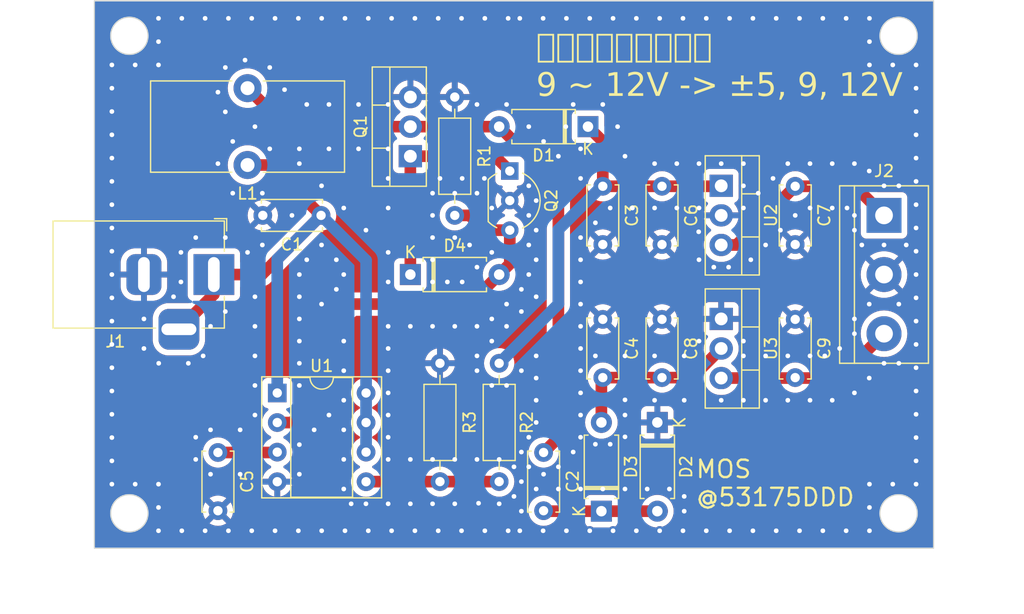
<source format=kicad_pcb>
(kicad_pcb (version 20221018) (generator pcbnew)
  (layers (0 "F.Cu" signal) (31 "B.Cu" signal) (34 "B.Paste" user) (35 "F.Paste" user) (36 "B.SilkS" user "B.Silkscreen") (37 "F.SilkS" user "F.Silkscreen") (38 "B.Mask" user) (39 "F.Mask" user) (44 "Edge.Cuts" user))
  (net 0 "")
  (net 1 "+12V")
  (net 2 "GND")
  (net 3 "Net-(D1-A)")
  (net 4 "Net-(D2-A)")
  (net 5 "VCC")
  (net 6 "VEE")
  (net 7 "Net-(U1-Cr)")
  (net 8 "Net-(J2-Pin_1)")
  (net 9 "Net-(J2-Pin_3)")
  (net 10 "GATE")
  (net 11 "signal_GATE")
  (net 12 "Net-(U1-IN+)")
  (footprint "Diode_THT:D_A-405_P7.62mm_Horizontal" (layer "F.Cu") (at 158.63 121.92 90)
    (fp_text reference "D3" (at 3.81 2.54 90) (layer "F.SilkS"))
    (fp_text value "1N4148")
    (fp_text user "K" (at 0 -1.9 90) (layer "F.SilkS"))
    (pad "1" thru_hole rect (at 0 0 90) (size 1.8 1.8) (drill 0.9) (layers "*.Cu" "*.Mask") (net 4 "Net-(D2-A)"))
    (pad "2" thru_hole oval (at 7.62 0 90) (size 1.8 1.8) (drill 0.9) (layers "*.Cu" "*.Mask") (net 6 "VEE"))
  )
  (footprint "Diode_THT:D_A-405_P7.62mm_Horizontal" (layer "F.Cu") (at 142.24 101.6)
    (fp_text reference "D4" (at 3.81 -2.47) (layer "F.SilkS"))
    (fp_text value "1N4148")
    (fp_text user "K" (at 0 -1.9) (layer "F.SilkS"))
    (pad "1" thru_hole rect (at 0 0) (size 1.8 1.8) (drill 0.9) (layers "*.Cu" "*.Mask") (net 10 "GATE"))
    (pad "2" thru_hole oval (at 7.62 0) (size 1.8 1.8) (drill 0.9) (layers "*.Cu" "*.Mask") (net 11 "signal_GATE"))
  )
  (footprint "Capacitor_THT:C_Disc_D5.0mm_W2.5mm_P5.00mm" (layer "F.Cu") (at 175.26 105.45 -90)
    (fp_text reference "C9" (at 2.5 -2.5 90) (layer "F.SilkS"))
    (fp_text value "0.1uF")
    (pad "1" thru_hole circle (at 0 0 270) (size 1.6 1.6) (drill 0.8) (layers "*.Cu" "*.Mask") (net 2 "GND"))
    (pad "2" thru_hole circle (at 5 0 270) (size 1.6 1.6) (drill 0.8) (layers "*.Cu" "*.Mask") (net 9 "Net-(J2-Pin_3)"))
  )
  (footprint "Resistor_THT:R_Axial_DIN0207_L6.3mm_D2.5mm_P10.16mm_Horizontal" (layer "F.Cu") (at 144.78 119.38 90)
    (fp_text reference "R3" (at 5.08 2.54 90) (layer "F.SilkS"))
    (fp_text value "1kΩ")
    (pad "1" thru_hole circle (at 0 0 90) (size 1.6 1.6) (drill 0.8) (layers "*.Cu" "*.Mask") (net 12 "Net-(U1-IN+)"))
    (pad "2" thru_hole oval (at 10.16 0 90) (size 1.6 1.6) (drill 0.8) (layers "*.Cu" "*.Mask") (net 2 "GND"))
  )
  (footprint "Package_TO_SOT_THT:TO-220-3_Vertical" (layer "F.Cu") (at 168.91 105.41 -90)
    (fp_text reference "U3" (at 2.54 -4.27 90) (layer "F.SilkS"))
    (fp_text value "L7912")
    (pad "1" thru_hole rect (at 0 0 270) (size 1.905 2) (drill 1.1) (layers "*.Cu" "*.Mask") (net 2 "GND"))
    (pad "2" thru_hole oval (at 2.54 0 270) (size 1.905 2) (drill 1.1) (layers "*.Cu" "*.Mask") (net 6 "VEE"))
    (pad "3" thru_hole oval (at 5.08 0 270) (size 1.905 2) (drill 1.1) (layers "*.Cu" "*.Mask") (net 9 "Net-(J2-Pin_3)"))
  )
  (footprint "Capacitor_THT:C_Disc_D5.0mm_W2.5mm_P5.00mm" (layer "F.Cu") (at 175.26 94.02 -90)
    (fp_text reference "C7" (at 2.5 -2.5 90) (layer "F.SilkS"))
    (fp_text value "0.1uF")
    (pad "1" thru_hole circle (at 0 0 270) (size 1.6 1.6) (drill 0.8) (layers "*.Cu" "*.Mask") (net 8 "Net-(J2-Pin_1)"))
    (pad "2" thru_hole circle (at 5 0 270) (size 1.6 1.6) (drill 0.8) (layers "*.Cu" "*.Mask") (net 2 "GND"))
  )
  (footprint "Package_DIP:DIP-8_W7.62mm_Socket" (layer "F.Cu") (at 130.82 111.77)
    (fp_text reference "U1" (at 3.81 -2.33) (layer "F.SilkS"))
    (fp_text value "~")
    (pad "1" thru_hole rect (at 0 0) (size 1.6 1.6) (drill 0.8) (layers "*.Cu" "*.Mask") (net 1 "+12V"))
    (pad "2" thru_hole oval (at 0 2.54) (size 1.6 1.6) (drill 0.8) (layers "*.Cu" "*.Mask") (net 11 "signal_GATE"))
    (pad "3" thru_hole oval (at 0 5.08) (size 1.6 1.6) (drill 0.8) (layers "*.Cu" "*.Mask") (net 7 "Net-(U1-Cr)"))
    (pad "4" thru_hole oval (at 0 7.62) (size 1.6 1.6) (drill 0.8) (layers "*.Cu" "*.Mask") (net 2 "GND"))
    (pad "5" thru_hole oval (at 7.62 7.62) (size 1.6 1.6) (drill 0.8) (layers "*.Cu" "*.Mask") (net 12 "Net-(U1-IN+)"))
    (pad "6" thru_hole oval (at 7.62 5.08) (size 1.6 1.6) (drill 0.8) (layers "*.Cu" "*.Mask") (net 1 "+12V"))
    (pad "7" thru_hole oval (at 7.62 2.54) (size 1.6 1.6) (drill 0.8) (layers "*.Cu" "*.Mask") (net 1 "+12V"))
    (pad "8" thru_hole oval (at 7.62 0) (size 1.6 1.6) (drill 0.8) (layers "*.Cu" "*.Mask") (net 1 "+12V"))
  )
  (footprint "Resistor_THT:R_Axial_DIN0207_L6.3mm_D2.5mm_P10.16mm_Horizontal" (layer "F.Cu") (at 149.86 109.22 -90)
    (fp_text reference "R2" (at 5.08 -2.37 90) (layer "F.SilkS"))
    (fp_text value "10kΩ")
    (pad "1" thru_hole circle (at 0 0 270) (size 1.6 1.6) (drill 0.8) (layers "*.Cu" "*.Mask") (net 5 "VCC"))
    (pad "2" thru_hole oval (at 10.16 0 270) (size 1.6 1.6) (drill 0.8) (layers "*.Cu" "*.Mask") (net 12 "Net-(U1-IN+)"))
  )
  (footprint "Capacitor_THT:C_Disc_D5.0mm_W2.5mm_P5.00mm" (layer "F.Cu") (at 134.58 96.52 180)
    (fp_text reference "C1" (at 2.5 -2.5) (layer "F.SilkS"))
    (fp_text value "1uF")
    (pad "1" thru_hole circle (at 0 0 180) (size 1.6 1.6) (drill 0.8) (layers "*.Cu" "*.Mask") (net 1 "+12V"))
    (pad "2" thru_hole circle (at 5 0 180) (size 1.6 1.6) (drill 0.8) (layers "*.Cu" "*.Mask") (net 2 "GND"))
  )
  (footprint "Diode_THT:D_A-405_P7.62mm_Horizontal" (layer "F.Cu") (at 163.43 114.3 -90)
    (fp_text reference "D2" (at 3.81 -2.47 90) (layer "F.SilkS"))
    (fp_text value "1N4148")
    (fp_text user "K" (at 0 -1.9 90) (layer "F.SilkS"))
    (pad "1" thru_hole rect (at 0 0 270) (size 1.8 1.8) (drill 0.9) (layers "*.Cu" "*.Mask") (net 2 "GND"))
    (pad "2" thru_hole oval (at 7.62 0 270) (size 1.8 1.8) (drill 0.9) (layers "*.Cu" "*.Mask") (net 4 "Net-(D2-A)"))
  )
  (footprint "TerminalBlock:TerminalBlock_bornier-3_P5.08mm" (layer "F.Cu") (at 182.88 96.52 -90)
    (fp_text reference "J2" (at -3.81 0 -180) (layer "F.SilkS"))
    (fp_text value "Screw_Terminal_01x03")
    (pad "1" thru_hole rect (at 0 0 270) (size 3 3) (drill 1.52) (layers "*.Cu" "*.Mask") (net 8 "Net-(J2-Pin_1)"))
    (pad "2" thru_hole circle (at 5.08 0 270) (size 3 3) (drill 1.52) (layers "*.Cu" "*.Mask") (net 2 "GND"))
    (pad "3" thru_hole circle (at 10.16 0 270) (size 3 3) (drill 1.52) (layers "*.Cu" "*.Mask") (net 9 "Net-(J2-Pin_3)"))
  )
  (footprint "Connector_BarrelJack:BarrelJack_Horizontal" (layer "F.Cu") (at 125.38 101.6)
    (fp_text reference "J1" (at -8.45 5.75) (layer "F.SilkS"))
    (fp_text value "Barrel_Jack_Switch_MountingPin")
    (pad "1" thru_hole rect (at 0 0) (size 3.5 3.5) (drill oval 1 3) (layers "*.Cu" "*.Mask") (net 1 "+12V"))
    (pad "2" thru_hole roundrect (at -6 0) (size 3 3.5) (drill oval 1 3) (layers "*.Cu" "*.Mask") (net 2 "GND"))
    (pad "3" thru_hole roundrect (at -3 4.7) (size 3.5 3.5) (drill oval 3 1) (layers "*.Cu" "*.Mask") (net 1 "+12V"))
  )
  (footprint "Resistor_THT:R_Axial_DIN0207_L6.3mm_D2.5mm_P10.16mm_Horizontal" (layer "F.Cu") (at 146.05 96.52 90)
    (fp_text reference "R1" (at 5.08 2.54 90) (layer "F.SilkS"))
    (fp_text value "300Ω")
    (pad "1" thru_hole circle (at 0 0 90) (size 1.6 1.6) (drill 0.8) (layers "*.Cu" "*.Mask") (net 11 "signal_GATE"))
    (pad "2" thru_hole oval (at 10.16 0 90) (size 1.6 1.6) (drill 0.8) (layers "*.Cu" "*.Mask") (net 2 "GND"))
  )
  (footprint "Package_TO_SOT_THT:TO-220-3_Vertical" (layer "F.Cu") (at 142.24 91.44 90)
    (fp_text reference "Q1" (at 2.54 -4.27 90) (layer "F.SilkS"))
    (fp_text value "TK20A60U")
    (pad "1" thru_hole rect (at 0 0 90) (size 1.905 2) (drill 1.1) (layers "*.Cu" "*.Mask") (net 10 "GATE"))
    (pad "2" thru_hole oval (at 2.54 0 90) (size 1.905 2) (drill 1.1) (layers "*.Cu" "*.Mask") (net 3 "Net-(D1-A)"))
    (pad "3" thru_hole oval (at 5.08 0 90) (size 1.905 2) (drill 1.1) (layers "*.Cu" "*.Mask") (net 2 "GND"))
  )
  (footprint "Capacitor_THT:C_Disc_D5.0mm_W2.5mm_P5.00mm" (layer "F.Cu") (at 163.83 105.45 -90)
    (fp_text reference "C8" (at 2.5 -2.5 90) (layer "F.SilkS"))
    (fp_text value "0.1uF")
    (pad "1" thru_hole circle (at 0 0 270) (size 1.6 1.6) (drill 0.8) (layers "*.Cu" "*.Mask") (net 2 "GND"))
    (pad "2" thru_hole circle (at 5 0 270) (size 1.6 1.6) (drill 0.8) (layers "*.Cu" "*.Mask") (net 6 "VEE"))
  )
  (footprint "Package_TO_SOT_THT:TO-92_Inline_Wide" (layer "F.Cu") (at 150.77 92.71 -90)
    (fp_text reference "Q2" (at 2.54 -3.56 90) (layer "F.SilkS"))
    (fp_text value "2SA1015")
    (pad "1" thru_hole rect (at 0 0 270) (size 1.5 1.5) (drill 0.8) (layers "*.Cu" "*.Mask") (net 10 "GATE"))
    (pad "2" thru_hole circle (at 2.54 0 270) (size 1.5 1.5) (drill 0.8) (layers "*.Cu" "*.Mask") (net 2 "GND"))
    (pad "3" thru_hole circle (at 5.08 0 270) (size 1.5 1.5) (drill 0.8) (layers "*.Cu" "*.Mask") (net 11 "signal_GATE"))
  )
  (footprint "Capacitor_THT:C_Disc_D5.0mm_W2.5mm_P5.00mm" (layer "F.Cu") (at 163.83 94.02 -90)
    (fp_text reference "C6" (at 2.5 -2.5 90) (layer "F.SilkS"))
    (fp_text value "0.1uF")
    (pad "1" thru_hole circle (at 0 0 270) (size 1.6 1.6) (drill 0.8) (layers "*.Cu" "*.Mask") (net 5 "VCC"))
    (pad "2" thru_hole circle (at 5 0 270) (size 1.6 1.6) (drill 0.8) (layers "*.Cu" "*.Mask") (net 2 "GND"))
  )
  (footprint "Inductor_THT:L_Toroid_Vertical_L16.4mm_W7.6mm_P6.60mm_Vishay_TJ3" (layer "F.Cu") (at 128.27 92.195 180)
    (fp_text reference "L1" (at 0 -2.45) (layer "F.SilkS"))
    (fp_text value "L")
    (pad "1" thru_hole circle (at 0 0 180) (size 2.4 2.4) (drill 1.2) (layers "*.Cu" "*.Mask") (net 1 "+12V"))
    (pad "2" thru_hole circle (at 0 6.6 180) (size 2.4 2.4) (drill 1.2) (layers "*.Cu" "*.Mask") (net 3 "Net-(D1-A)"))
  )
  (footprint "Capacitor_THT:C_Disc_D5.0mm_W2.5mm_P5.00mm" (layer "F.Cu") (at 158.75 105.45 -90)
    (fp_text reference "C4" (at 2.5 -2.5 90) (layer "F.SilkS"))
    (fp_text value "1uF")
    (pad "1" thru_hole circle (at 0 0 270) (size 1.6 1.6) (drill 0.8) (layers "*.Cu" "*.Mask") (net 2 "GND"))
    (pad "2" thru_hole circle (at 5 0 270) (size 1.6 1.6) (drill 0.8) (layers "*.Cu" "*.Mask") (net 6 "VEE"))
  )
  (footprint "Capacitor_THT:C_Disc_D5.0mm_W2.5mm_P5.00mm" (layer "F.Cu") (at 153.67 116.88 -90)
    (fp_text reference "C2" (at 2.5 -2.5 90) (layer "F.SilkS"))
    (fp_text value "1uF")
    (pad "1" thru_hole circle (at 0 0 270) (size 1.6 1.6) (drill 0.8) (layers "*.Cu" "*.Mask") (net 3 "Net-(D1-A)"))
    (pad "2" thru_hole circle (at 5 0 270) (size 1.6 1.6) (drill 0.8) (layers "*.Cu" "*.Mask") (net 4 "Net-(D2-A)"))
  )
  (footprint "Capacitor_THT:C_Disc_D5.0mm_W2.5mm_P5.00mm" (layer "F.Cu") (at 125.73 116.88 -90)
    (fp_text reference "C5" (at 2.5 -2.5 90) (layer "F.SilkS"))
    (fp_text value "470pF")
    (pad "1" thru_hole circle (at 0 0 270) (size 1.6 1.6) (drill 0.8) (layers "*.Cu" "*.Mask") (net 7 "Net-(U1-Cr)"))
    (pad "2" thru_hole circle (at 5 0 270) (size 1.6 1.6) (drill 0.8) (layers "*.Cu" "*.Mask") (net 2 "GND"))
  )
  (footprint "Capacitor_THT:C_Disc_D5.0mm_W2.5mm_P5.00mm" (layer "F.Cu") (at 158.75 94.02 -90)
    (fp_text reference "C3" (at 2.5 -2.5 90) (layer "F.SilkS"))
    (fp_text value "1uF")
    (pad "1" thru_hole circle (at 0 0 270) (size 1.6 1.6) (drill 0.8) (layers "*.Cu" "*.Mask") (net 5 "VCC"))
    (pad "2" thru_hole circle (at 5 0 270) (size 1.6 1.6) (drill 0.8) (layers "*.Cu" "*.Mask") (net 2 "GND"))
  )
  (footprint "Diode_THT:D_A-405_P7.62mm_Horizontal" (layer "F.Cu") (at 157.48 88.9 180)
    (fp_text reference "D1" (at 3.81 -2.47) (layer "F.SilkS"))
    (fp_text value "1N4148")
    (fp_text user "K" (at 0 -1.9) (layer "F.SilkS"))
    (pad "1" thru_hole rect (at 0 0 180) (size 1.8 1.8) (drill 0.9) (layers "*.Cu" "*.Mask") (net 5 "VCC"))
    (pad "2" thru_hole oval (at 7.62 0 180) (size 1.8 1.8) (drill 0.9) (layers "*.Cu" "*.Mask") (net 3 "Net-(D1-A)"))
  )
  (footprint "Package_TO_SOT_THT:TO-220-3_Vertical" (layer "F.Cu") (at 168.91 93.98 -90)
    (fp_text reference "U2" (at 2.54 -4.27 90) (layer "F.SilkS"))
    (fp_text value "L7812")
    (pad "1" thru_hole rect (at 0 0 270) (size 1.905 2) (drill 1.1) (layers "*.Cu" "*.Mask") (net 5 "VCC"))
    (pad "2" thru_hole oval (at 2.54 0 270) (size 1.905 2) (drill 1.1) (layers "*.Cu" "*.Mask") (net 2 "GND"))
    (pad "3" thru_hole oval (at 5.08 0 270) (size 1.905 2) (drill 1.1) (layers "*.Cu" "*.Mask") (net 8 "Net-(J2-Pin_1)"))
  )
  (gr_circle (center 118.13 81.1) (end 116.53 81.1) (stroke (width 0.1)) (fill none) (layer "Edge.Cuts"))
  (gr_circle (center 184.13 81.1) (end 182.53 81.1) (stroke (width 0.1)) (fill none) (layer "Edge.Cuts"))
  (gr_rect (start 115.13 78.1) (end 187.13 125.1) (stroke (width 0.1)) (fill none) (layer "Edge.Cuts"))
  (gr_circle (center 118.13 122.1) (end 116.53 122.1) (stroke (width 0.1)) (fill none) (layer "Edge.Cuts"))
  (gr_circle (center 184.13 122.1) (end 182.53 122.1) (stroke (width 0.1)) (fill none) (layer "Edge.Cuts"))
  (gr_text "正負出力コンバータ\n9 ~ 12V -> ±5, 9, 12V" (at 153.035 86.6) (layer "F.SilkS") (effects (font (size 2 2) (thickness 0.2)) (justify left bottom)))
  (gr_text "MOS\n@53175DDD" (at 166.63 121.6) (layer "F.SilkS") (effects (font (size 1.5 1.5) (thickness 0.2)) (justify left bottom)))
  (segment (start 129.5 101.6) (end 134.58 96.52) (width 1) (layer "F.Cu") (net 1))
  (segment (start 125.38 101.6) (end 129.5 101.6) (width 1) (layer "F.Cu") (net 1))
  (segment (start 130.295 92.195) (end 128.27 92.195) (width 1) (layer "F.Cu") (net 1))
  (segment (start 134.58 96.52) (end 130.81 92.75) (width 1) (layer "F.Cu") (net 1))
  (segment (start 130.81 92.75) (end 130.81 92.71) (width 1) (layer "F.Cu") (net 1))
  (segment (start 125.38 101.6) (end 125.38 103.3) (width 1) (layer "F.Cu") (net 1))
  (segment (start 125.38 103.3) (end 122.38 106.3) (width 1) (layer "F.Cu") (net 1))
  (segment (start 130.81 92.71) (end 130.295 92.195) (width 1) (layer "F.Cu") (net 1))
  (segment (start 138.44 111.77) (end 138.44 100.38) (width 1) (layer "B.Cu") (net 1))
  (segment (start 130.82 100.28) (end 134.58 96.52) (width 1) (layer "B.Cu") (net 1))
  (segment (start 138.44 100.38) (end 134.58 96.52) (width 1) (layer "B.Cu") (net 1))
  (segment (start 138.44 116.85) (end 138.44 111.77) (width 1) (layer "B.Cu") (net 1))
  (segment (start 130.82 111.77) (end 130.82 100.28) (width 1) (layer "B.Cu") (net 1))
  (via (at 160.02 88.9) (size 0.8) (drill 0.4) (layers "F.Cu" "B.Cu") (net 2))
  (via (at 180.34 106.68) (size 0.8) (drill 0.4) (layers "F.Cu" "B.Cu") (net 2))
  (via (at 172.72 112.395) (size 0.8) (drill 0.4) (layers "F.Cu" "B.Cu") (net 2))
  (via (at 142.63 123.6) (size 0.8) (drill 0.4) (layers "F.Cu" "B.Cu") (net 2))
  (via (at 179.63 79.6) (size 0.8) (drill 0.4) (layers "F.Cu" "B.Cu") (net 2))
  (via (at 165.735 121.92) (size 0.8) (drill 0.4) (layers "F.Cu" "B.Cu") (net 2))
  (via (at 140.335 111.76) (size 0.8) (drill 0.4) (layers "F.Cu" "B.Cu") (net 2))
  (via (at 125.095 118.745) (size 0.8) (drill 0.4) (layers "F.Cu" "B.Cu") (net 2))
  (via (at 178.435 112.395) (size 0.8) (drill 0.4) (layers "F.Cu" "B.Cu") (net 2))
  (via (at 116.63 89.6) (size 0.8) (drill 0.4) (layers "F.Cu" "B.Cu") (net 2))
  (via (at 164.465 120.015) (size 0.8) (drill 0.4) (layers "F.Cu" "B.Cu") (net 2))
  (via (at 178.435 92.075) (size 0.8) (drill 0.4) (layers "F.Cu" "B.Cu") (net 2))
  (via (at 176.53 95.885) (size 0.8) (drill 0.4) (layers "F.Cu" "B.Cu") (net 2))
  (via (at 154.94 118.11) (size 0.8) (drill 0.4) (layers "F.Cu" "B.Cu") (net 2))
  (via (at 172.085 94.615) (size 0.8) (drill 0.4) (layers "F.Cu" "B.Cu") (net 2))
  (via (at 126.365 98.425) (size 0.8) (drill 0.4) (layers "F.Cu" "B.Cu") (net 2))
  (via (at 136.63 123.6) (size 0.8) (drill 0.4) (layers "F.Cu" "B.Cu") (net 2))
  (via (at 126.63 123.6) (size 0.8) (drill 0.4) (layers "F.Cu" "B.Cu") (net 2))
  (via (at 163.63 79.6) (size 0.8) (drill 0.4) (layers "F.Cu" "B.Cu") (net 2))
  (via (at 149.225 95.885) (size 0.8) (drill 0.4) (layers "F.Cu" "B.Cu") (net 2))
  (via (at 172.72 108.585) (size 0.8) (drill 0.4) (layers "F.Cu" "B.Cu") (net 2))
  (via (at 170.815 93.98) (size 0.8) (drill 0.4) (layers "F.Cu" "B.Cu") (net 2))
  (via (at 171.63 123.6) (size 0.8) (drill 0.4) (layers "F.Cu" "B.Cu") (net 2))
  (via (at 167.005 107.315) (size 0.8) (drill 0.4) (layers "F.Cu" "B.Cu") (net 2))
  (via (at 140.335 86.995) (size 0.8) (drill 0.4) (layers "F.Cu" "B.Cu") (net 2))
  (via (at 132.715 101.6) (size 0.8) (drill 0.4) (layers "F.Cu" "B.Cu") (net 2))
  (via (at 180.975 99.06) (size 0.8) (drill 0.4) (layers "F.Cu" "B.Cu") (net 2))
  (via (at 146.685 102.235) (size 0.8) (drill 0.4) (layers "F.Cu" "B.Cu") (net 2))
  (via (at 116.63 105.6) (size 0.8) (drill 0.4) (layers "F.Cu" "B.Cu") (net 2))
  (via (at 184.15 104.14) (size 0.8) (drill 0.4) (layers "F.Cu" "B.Cu") (net 2))
  (via (at 144.145 98.425) (size 0.8) (drill 0.4) (layers "F.Cu" "B.Cu") (net 2))
  (via (at 140.335 102.235) (size 0.8) (drill 0.4) (layers "F.Cu" "B.Cu") (net 2))
  (via (at 128.905 113.665) (size 0.8) (drill 0.4) (layers "F.Cu" "B.Cu") (net 2))
  (via (at 153.63 123.6) (size 0.8) (drill 0.4) (layers "F.Cu" "B.Cu") (net 2))
  (via (at 174.625 92.075) (size 0.8) (drill 0.4) (layers "F.Cu" "B.Cu") (net 2))
  (via (at 180.34 97.79) (size 0.8) (drill 0.4) (layers "F.Cu" "B.Cu") (net 2))
  (via (at 181.61 92.71) (size 0.8) (drill 0.4) (layers "F.Cu" "B.Cu") (net 2))
  (via (at 175.63 123.6) (size 0.8) (drill 0.4) (layers "F.Cu" "B.Cu") (net 2))
  (via (at 140.335 121.285) (size 0.8) (drill 0.4) (layers "F.Cu" "B.Cu") (net 2))
  (via (at 156.845 109.855) (size 0.8) (drill 0.4) (layers "F.Cu" "B.Cu") (net 2))
  (via (at 136.525 114.935) (size 0.8) (drill 0.4) (layers "F.Cu" "B.Cu") (net 2))
  (via (at 144.145 96.52) (size 0.8) (drill 0.4) (layers "F.Cu" "B.Cu") (net 2))
  (via (at 167.005 100.33) (size 0.8) (drill 0.4) (layers "F.Cu" "B.Cu") (net 2))
  (via (at 153.035 110.49) (size 0.8) (drill 0.4) (layers "F.Cu" "B.Cu") (net 2))
  (via (at 167.005 95.885) (size 0.8) (drill 0.4) (layers "F.Cu" "B.Cu") (net 2))
  (via (at 135.89 102.87) (size 0.8) (drill 0.4) (layers "F.Cu" "B.Cu") (net 2))
  (via (at 130.175 83.82) (size 0.8) (drill 0.4) (layers "F.Cu" "B.Cu") (net 2))
  (via (at 176.53 112.395) (size 0.8) (drill 0.4) (layers "F.Cu" "B.Cu") (net 2))
  (via (at 153.035 114.3) (size 0.8) (drill 0.4) (layers "F.Cu" "B.Cu") (net 2))
  (via (at 178.435 95.885) (size 0.8) (drill 0.4) (layers "F.Cu" "B.Cu") (net 2))
  (via (at 133.985 114.935) (size 0.8) (drill 0.4) (layers "F.Cu" "B.Cu") (net 2))
  (via (at 136.525 117.475) (size 0.8) (drill 0.4) (layers "F.Cu" "B.Cu") (net 2))
  (via (at 148.63 79.6) (size 0.8) (drill 0.4) (layers "F.Cu" "B.Cu") (net 2))
  (via (at 156.845 120.015) (size 0.8) (drill 0.4) (layers "F.Cu" "B.Cu") (net 2))
  (via (at 138.43 121.285) (size 0.8) (drill 0.4) (layers "F.Cu" "B.Cu") (net 2))
  (via (at 168.275 100.965) (size 0.8) (drill 0.4) (layers "F.Cu" "B.Cu") (net 2))
  (via (at 142.24 117.475) (size 0.8) (drill 0.4) (layers "F.Cu" "B.Cu") (net 2))
  (via (at 134.63 79.6) (size 0.8) (drill 0.4) (layers "F.Cu" "B.Cu") (net 2))
  (via (at 177.8 108.585) (size 0.8) (drill 0.4) (layers "F.Cu" "B.Cu") (net 2))
  (via (at 180.34 105.41) (size 0.8) (drill 0.4) (layers "F.Cu" "B.Cu") (net 2))
  (via (at 132.63 123.6) (size 0.8) (drill 0.4) (layers "F.Cu" "B.Cu") (net 2))
  (via (at 148.091834 121.236365) (size 0.8) (drill 0.4) (layers "F.Cu" "B.Cu") (net 2))
  (via (at 157.63 79.6) (size 0.8) (drill 0.4) (layers "F.Cu" "B.Cu") (net 2))
  (via (at 146.63 123.6) (size 0.8) (drill 0.4) (layers "F.Cu" "B.Cu") (net 2))
  (via (at 161.29 95.885) (size 0.8) (drill 0.4) (layers "F.Cu" "B.Cu") (net 2))
  (via (at 160.655 120.015) (size 0.8) (drill 0.4) (layers "F.Cu" "B.Cu") (net 2))
  (via (at 151.63 123.6) (size 0.8) (drill 0.4) (layers "F.Cu" "B.Cu") (net 2))
  (via (at 138.63 79.6) (size 0.8) (drill 0.4) (layers "F.Cu" "B.Cu") (net 2))
  (via (at 147.955 106.045) (size 0.8) (drill 0.4) (layers "F.Cu" "B.Cu") (net 2))
  (via (at 163.195 112.395) (size 0.8) (drill 0.4) (layers "F.Cu" "B.Cu") (net 2))
  (via (at 116.63 99.6) (size 0.8) (drill 0.4) (layers "F.Cu" "B.Cu") (net 2))
  (via (at 153.63 79.6) (size 0.8) (drill 0.4) (layers "F.Cu" "B.Cu") (net 2))
  (via (at 122.555 102.235) (size 0.8) (drill 0.4) (layers "F.Cu" "B.Cu") (net 2))
  (via (at 158.75 86.995) (size 0.8) (drill 0.4) (layers "F.Cu" "B.Cu") (net 2))
  (via (at 152.4 88.9) (size 0.8) (drill 0.4) (layers "F.Cu" "B.Cu") (net 2))
  (via (at 147.955 108.585) (size 0.8) (drill 0.4) (layers "F.Cu" "B.Cu") (net 2))
  (via (at 183.63 83.6) (size 0.8) (drill 0.4) (layers "F.Cu" "B.Cu") (net 2))
  (via (at 144.63 123.6) (size 0.8) (drill 0.4) (layers "F.Cu" "B.Cu") (net 2))
  (via (at 120.63 79.6) (size 0.8) (drill 0.4) (layers "F.Cu" "B.Cu") (net 2))
  (via (at 169.545 100.965) (size 0.8) (drill 0.4) (layers "F.Cu" "B.Cu") (net 2))
  (via (at 132.715 116.205) (size 0.8) (drill 0.4) (layers "F.Cu" "B.Cu") (net 2))
  (via (at 120.63 83.6) (size 0.8) (drill 0.4) (layers "F.Cu" "B.Cu") (net 2))
  (via (at 173.99 97.79) (size 0.8) (drill 0.4) (layers "F.Cu" "B.Cu") (net 2))
  (via (at 121.92 103.505) (size 0.8) (drill 0.4) (layers "F.Cu" "B.Cu") (net 2))
  (via (at 185.63 97.6) (size 0.8) (drill 0.4) (layers "F.Cu" "B.Cu") (net 2))
  (via (at 165.63 123.6) (size 0.8) (drill 0.4) (layers "F.Cu" "B.Cu") (net 2))
  (via (at 185.63 119.6) (size 0.8) (drill 0.4) (layers "F.Cu" "B.Cu") (net 2))
  (via (at 156.845 106.045) (size 0.8) (drill 0.4) (layers "F.Cu" "B.Cu") (net 2))
  (via (at 185.63 113.6) (size 0.8) (drill 0.4) (layers "F.Cu" "B.Cu") (net 2))
  (via (at 147.955 117.475) (size 0.8) (drill 0.4) (layers "F.Cu" "B.Cu") (net 2))
  (via (at 156.21 116.84) (size 0.8) (drill 0.4) (layers "F.Cu" "B.Cu") (net 2))
  (via (at 185.63 83.6) (size 0.8) (drill 0.4) (layers "F.Cu" "B.Cu") (net 2))
  (via (at 175.63 79.6) (size 0.8) (drill 0.4) (layers "F.Cu" "B.Cu") (net 2))
  (via (at 150.63 123.6) (size 0.8) (drill 0.4) (layers "F.Cu" "B.Cu") (net 2))
  (via (at 182.88 109.22) (size 0.8) (drill 0.4) (layers "F.Cu" "B.Cu") (net 2))
  (via (at 160.655 108.585) (size 0.8) (drill 0.4) (layers "F.Cu" "B.Cu") (net 2))
  (via (at 151.13 118.11) (size 0.8) (drill 0.4) (layers "F.Cu" "B.Cu") (net 2))
  (via (at 184.785 99.06) (size 0.8) (drill 0.4) (layers "F.Cu" "B.Cu") (net 2))
  (via (at 149.225 99.695) (size 0.8) (drill 0.4) (layers "F.Cu" "B.Cu") (net 2))
  (via (at 165.63 79.6) (size 0.8) (drill 0.4) (layers "F.Cu" "B.Cu") (net 2))
  (via (at 165.1 95.885) (size 0.8) (drill 0.4) (layers "F.Cu" "B.Cu") (net 2))
  (via (at 151.765 109.855) (size 0.8) (drill 0.4) (layers "F.Cu" "B.Cu") (net 2))
  (via (at 132.715 118.745) (size 0.8) (drill 0.4) (layers "F.Cu" "B.Cu") (net 2))
  (via (at 151.13 120.65) (size 0.8) (drill 0.4) (layers "F.Cu" "B.Cu") (net 2))
  (via (at 163.63 123.6) (size 0.8) (drill 0.4) (layers "F.Cu" "B.Cu") (net 2))
  (via (at 156.845 113.665) (size 0.8) (drill 0.4) (layers "F.Cu" "B.Cu") (net 2))
  (via (at 165.735 112.395) (size 0.8) (drill 0.4) (layers "F.Cu" "B.Cu") (net 2))
  (via (at 132.08 96.52) (size 0.8) (drill 0.4) (layers "F.Cu" "B.Cu") (net 2))
  (via (at 163.195 92.075) (size 0.8) (drill 0.4) (layers "F.Cu" "B.Cu") (net 2))
  (via (at 153.67 118.745) (size 0.8) (drill 0.4) (layers "F.Cu" "B.Cu") (net 2))
  (via (at 151.765 116.84) (size 0.8) (drill 0.4) (layers "F.Cu" "B.Cu") (net 2))
  (via (at 152.4 93.98) (size 0.8) (drill 0.4) (layers "F.Cu" "B.Cu") (net 2))
  (via (at 128.905 88.9) (size 0.8) (drill 0.4) (layers "F.Cu" "B.Cu") (net 2))
  (via (at 159.63 123.6) (size 0.8) (drill 0.4) (layers "F.Cu" "B.Cu") (net 2))
  (via (at 159.385 95.885) (size 0.8) (drill 0.4) (layers "F.Cu" "B.Cu") (net 2))
  (via (at 154.94 91.44) (size 0.8) (drill 0.4) (layers "F.Cu" "B.Cu") (net 2))
  (via (at 170.815 95.885) (size 0.8) (drill 0.4) (layers "F.Cu" "B.Cu") (net 2))
  (via (at 116.63 95.6) (size 0.8) (drill 0.4) (layers "F.Cu" "B.Cu") (net 2))
  (via (at 140.335 113.665) (size 0.8) (drill 0.4) (layers "F.Cu" "B.Cu") (net 2))
  (via (at 140.335 117.475) (size 0.8) (drill 0.4) (layers "F.Cu" "B.Cu") (net 2))
  (via (at 183.63 119.6) (size 0.8) (drill 0.4) (layers "F.Cu" "B.Cu") (net 2))
  (via (at 132.715 109.22) (size 0.8) (drill 0.4) (layers "F.Cu" "B.Cu") (net 2))
  (via (at 153.035 100.33) (size 0.8) (drill 0.4) (layers "F.Cu" "B.Cu") (net 2))
  (via (at 136.525 109.855) (size 0.8) (drill 0.4) (layers "F.Cu" "B.Cu") (net 2))
  (via (at 136.63 79.6) (size 0.8) (drill 0.4) (layers "F.Cu" "B.Cu") (net 2))
  (via (at 132.715 103.505) (size 0.8) (drill 0.4) (layers "F.Cu" "B.Cu") (net 2))
  (via (at 152.4 101.6) (size 0.8) (drill 0.4) (layers "F.Cu" "B.Cu") (net 2))
  (via (at 185.63 87.6) (size 0.8) (drill 0.4) (layers "F.Cu" "B.Cu") (net 2))
  (via (at 137.16 121.285) (size 0.8) (drill 0.4) (layers "F.Cu" "B.Cu") (net 2))
  (via (at 132.715 105.41) (size 0.8) (drill 0.4) (layers "F.Cu" "B.Cu") (net 2))
  (via (at 131.445 85.725) (size 0.8) (drill 0.4) (layers "F.Cu" "B.Cu") (net 2))
  (via (at 185.63 99.6) (size 0.8) (drill 0.4) (layers "F.Cu" "B.Cu") (net 2))
  (via (at 127 90.17) (size 0.8) (drill 0.4) (layers "F.Cu" "B.Cu") (net 2))
  (via (at 155.63 123.6) (size 0.8) (drill 0.4) (layers "F.Cu" "B.Cu") (net 2))
  (via (at 160.655 115.535) (size 0.8) (drill 0.4) (layers "F.Cu" "B.Cu") (net 2))
  (via (at 149.86 117.475) (size 0.8) (drill 0.4) (layers "F.Cu" "B.Cu") (net 2))
  (via (at 136.525 120.015) (size 0.8) (drill 0.4) (layers "F.Cu" "B.Cu") (net 2))
  (via (at 161.63 123.6) (size 0.8) (drill 0.4) (layers "F.Cu" "B.Cu") (net 2))
  (via (at 185.63 105.6) (size 0.8) (drill 0.4) (layers "F.Cu" "B.Cu") (net 2))
  (via (at 128.055497 83.185) (size 0.8) (drill 0.4) (layers "F.Cu" "B.Cu") (net 2))
  (via (at 116.63 115.6) (size 0.8) (drill 0.4) (layers "F.Cu" "B.Cu") (net 2))
  (via (at 167.63 123.6) (size 0.8) (drill 0.4) (layers "F.Cu" "B.Cu") (net 2))
  (via (at 176.53 92.075) (size 0.8) (drill 0.4) (layers "F.Cu" "B.Cu") (net 2))
  (via (at 158.75 120.015) (size 0.8) (drill 0.4) (layers "F.Cu" "B.Cu") (net 2))
  (via (at 150.63 79.6) (size 0.8) (drill 0.4) (layers "F.Cu" "B.Cu") (net 2))
  (via (at 150.495 111.125) (size 0.8) (drill 0.4) (layers "F.Cu" "B.Cu") (net 2))
  (via (at 180.34 92.075) (size 0.8) (drill 0.4) (layers "F.Cu" "B.Cu") (net 2))
  (via (at 116.63 103.6) (size 0.8) (drill 0.4) (layers "F.Cu" "B.Cu") (net 2))
  (via (at 181.63 81.6) (size 0.8) (drill 0.4) (layers "F.Cu" "B.Cu") (net 2))
  (via (at 180.34 96.52) (size 0.8) (drill 0.4) (layers "F.Cu" "B.Cu") (net 2))
  (via (at 152.4 118.11) (size 0.8) (drill 0.4) (layers "F.Cu" "B.Cu") (net 2))
  (via (at 134.62 93.98) (size 0.8) (drill 0.4) (layers "F.Cu" "B.Cu") (net 2))
  (via (at 144.63 79.6) (size 0.8) (drill 0.4) (layers "F.Cu" "B.Cu") (net 2))
  (via (at 185.63 95.6) (size 0.8) (drill 0.4) (layers "F.Cu" "B.Cu") (net 2))
  (via (at 129.54 94.615) (size 0.8) (drill 0.4) (layers "F.Cu" "B.Cu") (net 2))
  (via (at 170.815 107.315) (size 0.8) (drill 0.4) (layers "F.Cu" "B.Cu") (net 2))
  (via (at 179.705 95.885) (size 0.8) (drill 0.4) (layers "F.Cu" "B.Cu") (net 2))
  (via (at 144.145 117.475) (size 0.8) (drill 0.4) (layers "F.Cu" "B.Cu") (net 2))
  (via (at 156.845 100.33) (size 0.8) (drill 0.4) (layers "F.Cu" "B.Cu") (net 2))
  (via (at 160.655 91.44) (size 0.8) (drill 0.4) (layers "F.Cu" "B.Cu") (net 2))
  (via (at 171.63 79.6) (size 0.8) (drill 0.4) (layers "F.Cu" "B.Cu") (net 2))
  (via (at 140.63 123.6) (size 0.8) (drill 0.4) (layers "F.Cu" "B.Cu") (net 2))
  (via (at 146.63 79.6) (size 0.8) (drill 0.4) (layers "F.Cu" "B.Cu") (net 2))
  (via (at 134.63 123.6) (size 0.8) (drill 0.4) (layers "F.Cu" "B.Cu") (net 2))
  (via (at 173.63 79.6) (size 0.8) (drill 0.4) (layers "F.Cu" "B.Cu") (net 2))
  (via (at 130.63 79.6) (size 0.8) (drill 0.4) (layers "F.Cu" "B.Cu") (net 2))
  (via (at 137.795 90.805) (size 0.8) (drill 0.4) (layers "F.Cu" "B.Cu") (net 2))
  (via (at 140.335 115.57) (size 0.8) (drill 0.4) (layers "F.Cu" "B.Cu") (net 2))
  (via (at 132.715 111.125) (size 0.8) (drill 0.4) (layers "F.Cu" "B.Cu") (net 2))
  (via (at 128.905 111.125) (size 0.8) (drill 0.4) (layers "F.Cu" "B.Cu") (net 2))
  (via (at 122.63 79.6) (size 0.8) (drill 0.4) (layers "F.Cu" "B.Cu") (net 2))
  (via (at 135.255 90.805) (size 0.8) (drill 0.4) (layers "F.Cu" "B.Cu") (net 2))
  (via (at 155.63 79.6) (size 0.8) (drill 0.4) (layers "F.Cu" "B.Cu") (net 2))
  (via (at 128.27 99.695) (size 0.8) (drill 0.4) (layers "F.Cu" "B.Cu") (net 2))
  (via (at 177.63 79.6) (size 0.8) (drill 0.4) (layers "F.Cu" "B.Cu") (net 2))
  (via (at 116.63 85.6) (size 0.8) (drill 0.4) (layers "F.Cu" "B.Cu") (net 2))
  (via (at 120.63 81.6) (size 0.8) (drill 0.4) (layers "F.Cu" "B.Cu") (net 2))
  (via (at 146.05 94.615) (size 0.8) (drill 0.4) (layers "F.Cu" "B.Cu") (net 2))
  (via (at 148.59 93.345) (size 0.8) (drill 0.4) (layers "F.Cu" "B.Cu") (net 2))
  (via (at 174.625 112.395) (size 0.8) (drill 0.4) (layers "F.Cu" "B.Cu") (net 2))
  (via (at 168.91 92.075) (size 0.8) (drill 0.4) (layers "F.Cu" "B.Cu") (net 2))
  (via (at 170.815 108.585) (size 0.8) (drill 0.4) (layers "F.Cu" "B.Cu") (net 2))
  (via (at 162.56 120.015) (size 0.8) (drill 0.4) (layers "F.Cu" "B.Cu") (net 2))
  (via (at 116.63 111.6) (size 0.8) (drill 0.4) (layers "F.Cu" "B.Cu") (net 2))
  (via (at 125.73 85.939503) (size 0.8) (drill 0.4) (layers "F.Cu" "B.Cu") (net 2))
  (via (at 185.63 85.6) (size 0.8) (drill 0.4) (layers "F.Cu" "B.Cu") (net 2))
  (via (at 160.655 113.665) (size 0.8) (drill 0.4) (layers "F.Cu" "B.Cu") (net 2))
  (via (at 136.525 101.6) (size 0.8) (drill 0.4) (layers "F.Cu" "B.Cu") (net 2))
  (via (at 151.765 104.775) (size 0.8) (drill 0.4) (layers "F.Cu" "B.Cu") (net 2))
  (via (at 144.145 121.285) (size 0.8) (drill 0.4) (layers "F.Cu" "B.Cu") (net 2))
  (via (at 179.07 107.95) (size 0.8) (drill 0.4) (layers "F.Cu" "B.Cu") (net 2))
  (via (at 140.335 107.95) (size 0.8) (drill 0.4) (layers "F.Cu" "B.Cu") (net 2))
  (via (at 156.845 104.14) (size 0.8) (drill 0.4) (layers "F.Cu" "B.Cu") (net 2))
  (via (at 147.955 100.965) (size 0.8) (drill 0.4) (layers "F.Cu" "B.Cu") (net 2))
  (via (at 155.575 88.9) (size 0.8) (drill 0.4) (layers "F.Cu" "B.Cu") (net 2))
  (via (at 153.035 95.25) (size 0.8) (drill 0.4) (layers "F.Cu" "B.Cu") (net 2))
  (via (at 122.555 99.695) (size 0.8) (drill 0.4) (layers "F.Cu" "B.Cu") (net 2))
  (via (at 182.88 93.98) (size 0.8) (drill 0.4) (layers "F.Cu" "B.Cu") (net 2))
  (via (at 116.63 109.6) (size 0.8) (drill 0.4) (layers "F.Cu" "B.Cu") (net 2))
  (via (at 130.63 123.6) (size 0.8) (drill 0.4) (layers "F.Cu" "B.Cu") (net 2))
  (via (at 184.15 109.22) (size 0.8) (drill 0.4) (layers "F.Cu" "B.Cu") (net 2))
  (via (at 140.335 109.855) (size 0.8) (drill 0.4) (layers "F.Cu" "B.Cu") (net 2))
  (via (at 133.35 100.33) (size 0.8) (drill 0.4) (layers "F.Cu" "B.Cu") (net 2))
  (via (at 132.715 92.075) (size 0.8) (drill 0.4) (layers "F.Cu" "B.Cu") (net 2))
  (via (at 185.63 107.6) (size 0.8) (drill 0.4) (layers "F.Cu" "B.Cu") (net 2))
  (via (at 125.095 106.045) (size 0.8) (drill 0.4) (layers "F.Cu" "B.Cu") (net 2))
  (via (at 160.655 112.36) (size 0.8) (drill 0.4) (layers "F.Cu" "B.Cu") (net 2))
  (via (at 132.715 90.805) (size 0.8) (drill 0.4) (layers "F.Cu" "B.Cu") (net 2))
  (via (at 174.625 108.585) (size 0.8) (drill 0.4) (layers "F.Cu" "B.Cu") (net 2))
  (via (at 116.63 107.6) (size 0.8) (drill 0.4) (layers "F.Cu" "B.Cu") (net 2))
  (via (at 116.63 113.6) (size 0.8) (drill 0.4) (layers "F.Cu" "B.Cu") (net 2))
  (via (at 128.63 79.6) (size 0.8) (drill 0.4) (layers "F.Cu" "B.Cu") (net 2))
  (via (at 118.63 119.6) (size 0.8) (drill 0.4) (layers "F.Cu" "B.Cu") (net 2))
  (via (at 128.63 123.6) (size 0.8) (drill 0.4) (layers "F.Cu" "B.Cu") (net 2))
  (via (at 150.495 86.995) (size 0.8) (drill 0.4) (layers "F.Cu" "B.Cu") (net 2))
  (via (at 134.62 99.06) (size 0.8) (drill 0.4) (layers "F.Cu" "B.Cu") (net 2))
  (via (at 147.32 99.06) (size 0.8) (drill 0.4) (layers "F.Cu" "B.Cu") (net 2))
  (via (at 126.365 83.82) (size 0.8) (drill 0.4) (layers "F.Cu" "B.Cu") (net 2))
  (via (at 158.115 97.155) (size 0.8) (drill 0.4) (layers "F.Cu" "B.Cu") (net 2))
  (via (at 185.63 117.6) (size 0.8) (drill 0.4) (layers "F.Cu" "B.Cu") (net 2))
  (via (at 151.765 102.87) (size 0.8) (drill 0.4) (layers "F.Cu" "B.Cu") (net 2))
  (via (at 181.63 119.6) (size 0.8) (drill 0.4) (layers "F.Cu" "B.Cu") (net 2))
  (via (at 185.63 115.6) (size 0.8) (drill 0.4) (layers "F.Cu" "B.Cu") (net 2))
  (via (at 119.38 105.41) (size 0.8) (drill 0.4) (layers "F.Cu" "B.Cu") (net 2))
  (via (at 144.145 94.615) (size 0.8) (drill 0.4) (layers "F.Cu" "B.Cu") (net 2))
  (via (at 144.78 93.345) (size 0.8) (drill 0.4) (layers "F.Cu" "B.Cu") (net 2))
  (via (at 135.89 100.33) (size 0.8) (drill 0.4) (layers "F.Cu" "B.Cu") (net 2))
  (via (at 118.63 83.6) (size 0.8) (drill 0.4) (layers "F.Cu" "B.Cu") (net 2))
  (via (at 123.825 117.475) (size 0.8) (drill 0.4) (layers "F.Cu" "B.Cu") (net 2))
  (via (at 147.955 109.855) (size 0.8) (drill 0.4) (layers "F.Cu" "B.Cu") (net 2))
  (via (at 153.035 103.505) (size 0.8) (drill 0.4) (layers "F.Cu" "B.Cu") (net 2))
  (via (at 128.905 103.505) (size 0.8) (drill 0.4) (layers "F.Cu" "B.Cu") (net 2))
  (via (at 151.63 79.6) (size 0.8) (drill 0.4) (layers "F.Cu" "B.Cu") (net 2))
  (via (at 149.225 107.315) (size 0.8) (drill 0.4) (layers "F.Cu" "B.Cu") (net 2))
  (via (at 152.4 115.57) (size 0.8) (drill 0.4) (layers "F.Cu" "B.Cu") (net 2))
  (via (at 149.86 121.285) (size 0.8) (drill 0.4) (layers "F.Cu" "B.Cu") (net 2))
  (via (at 156.845 111.76) (size 0.8) (drill 0.4) (layers "F.Cu" "B.Cu") (net 2))
  (via (at 153.035 112.395) (size 0.8) (drill 0.4) (layers "F.Cu" "B.Cu") (net 2))
  (via (at 136.525 107.315) (size 0.8) (drill 0.4) (layers "F.Cu" "B.Cu") (net 2))
  (via (at 127 94.615) (size 0.8) (drill 0.4) (layers "F.Cu" "B.Cu") (net 2))
  (via (at 152.4 99.06) (size 0.8) (drill 0.4) (layers "F.Cu" "B.Cu") (net 2))
  (via (at 156.845 93.345) (size 0.8) (drill 0.4) (layers "F.Cu" "B.Cu") (net 2))
  (via (at 137.795 86.995) (size 0.8) (drill 0.4) (layers "F.Cu" "B.Cu") (net 2))
  (via (at 156.845 107.95) (size 0.8) (drill 0.4) (layers "F.Cu" "B.Cu") (net 2))
  (via (at 133.35 86.995) (size 0.8) (drill 0.4) (layers "F.Cu" "B.Cu") (net 2))
  (via (at 185.63 93.6) (size 0.8) (drill 0.4) (layers "F.Cu" "B.Cu") (net 2))
  (via (at 140.335 99.695) (size 0.8) (drill 0.4) (layers "F.Cu" "B.Cu") (net 2))
  (via (at 116.63 87.6) (size 0.8) (drill 0.4) (layers "F.Cu" "B.Cu") (net 2))
  (via (at 156.21 86.995) (size 0.8) (drill 0.4) (layers "F.Cu" "B.Cu") (net 2))
  (via (at 161.63 79.6) (size 0.8) (drill 0.4) (layers "F.Cu" "B.Cu") (net 2))
  (via (at 166.97804 97.927639) (size 0.8) (drill 0.4) (layers "F.Cu" "B.Cu") (net 2))
  (via (at 179.63 123.6) (size 0.8) (drill 0.4) (layers "F.Cu" "B.Cu") (net 2))
  (via (at 165.1 92.075) (size 0.8) (drill 0.4) (layers "F.Cu" "B.Cu") (net 2))
  (via (at 140.335 90.805) (size 0.8) (drill 0.4) (layers "F.Cu" "B.Cu") (net 2))
  (via (at 167.63 79.6) (size 0.8) (drill 0.4) (layers "F.Cu" "B.Cu") (net 2))
  (via (at 146.05 121.285) (size 0.8) (drill 0.4) (layers "F.Cu" "B.Cu") (net 2))
  (via (at 169.63 123.6) (size 0.8) (drill 0.4) (layers "F.Cu" "B.Cu") (net 2))
  (via (at 185.63 91.6) (size 0.8) (drill 0.4) (layers "F.Cu" "B.Cu") (net 2))
  (via (at 127.635 118.745) (size 0.8) (drill 0.4) (layers "F.Cu" "B.Cu") (net 2))
  (via (at 140.335 106.045) (size 0.8) (drill 0.4) (layers "F.Cu" "B.Cu") (net 2))
  (via (at 122.63 123.6) (size 0.8) (drill 0.4) (layers "F.Cu" "B.Cu") (net 2))
  (via (at 151.765 119.38) (size 0.8) (drill 0.4) (layers "F.Cu" "B.Cu") (net 2))
  (via (at 149.225 111.125) (size 0.8) (drill 0.4) (layers "F.Cu" "B.Cu") (net 2))
  (via (at 169.63 79.6) (size 0.8) (drill 0.4) (layers "F.Cu" "B.Cu") (net 2))
  (via (at 120.63 119.6) (size 0.8) (drill 0.4) (layers "F.Cu" "B.Cu") (net 2))
  (via (at 158.115 108.585) (size 0.8) (drill 0.4) (layers "F.Cu" "B.Cu") (net 2))
  (via (at 185.63 109.6) (size 0.8) (drill 0.4) (layers "F.Cu" "B.Cu") (net 2))
  (via (at 163.195 108.585) (size 0.8) (drill 0.4) (layers "F.Cu" "B.Cu") (net 2))
  (via (at 173.63 123.6) (size 0.8) (drill 0.4) (layers "F.Cu" "B.Cu") (net 2))
  (via (at 180.34 111.76) (size 0.8) (drill 0.4) (layers "F.Cu" "B.Cu") (net 2))
  (via (at 138.43 97.79) (size 0.8) (drill 0.4) (layers "F.Cu" "B.Cu") (net 2))
  (via (at 176.53 108.585) (size 0.8) (drill 0.4) (layers "F.Cu" "B.Cu") (net 2))
  (via (at 165.735 120.65) (size 0.8) (drill 0.4) (layers "F.Cu" "B.Cu") (net 2))
  (via (at 151.765 121.92) (size 0.8) (drill 0.4) (layers "F.Cu" "B.Cu") (net 2))
  (via (at 153.035 120.015) (size 0.8) (drill 0.4) (layers "F.Cu" "B.Cu") (net 2))
  (via (at 130.175 90.805) (size 0.8) (drill 0.4) (layers "F.Cu" "B.Cu") (net 2))
  (via (at 150.495 104.14) (size 0.8) (drill 0.4) (layers "F.Cu" "B.Cu") (net 2))
  (via (at 159.385 116.17) (size 0.8) (drill 0.4) (layers "F.Cu" "B.Cu") (net 2))
  (via (at 132.715 107.315) (size 0.8) (drill 0.4) (layers "F.Cu" "B.Cu") (net 2))
  (via (at 120.63 121.6) (size 0.8) (drill 0.4) (layers "F.Cu" "B.Cu") (net 2))
  (via (at 175.26 96.52) (size 0.8) (drill 0.4) (layers "F.Cu" "B.Cu") (net 2))
  (via (at 129.54 99.06) (size 0.8) (drill 0.4) (layers "F.Cu" "B.Cu") (net 2))
  (via (at 157.63 123.6) (size 0.8) (drill 0.4) (layers "F.Cu" "B.Cu") (net 2))
  (via (at 144.145 102.235) (size 0.8) (drill 0.4) (layers "F.Cu" "B.Cu") (net 2))
  (via (at 136.525 112.395) (size 0.8) (drill 0.4) (layers "F.Cu" "B.Cu") (net 2))
  (via (at 163.195 95.885) (size 0.8) (drill 0.4) (layers "F.Cu" "B.Cu") (net 2))
  (via (at 128.905 108.585) (size 0.8) (drill 0.4) (layers "F.Cu" "B.Cu") (net 2))
  (via (at 142.24 121.285) (size 0.8) (drill 0.4) (layers "F.Cu" "B.Cu") (net 2))
  (via (at 167.005 92.075) (size 0.8) (drill 0.4) (layers "F.Cu" "B.Cu") (net 2))
  (via (at 116.63 93.6) (size 0.8) (drill 0.4) (layers "F.Cu" "B.Cu") (net 2))
  (via (at 135.255 113.665) (size 0.8) (drill 0.4) (layers "F.Cu" "B.Cu") (net 2))
  (via (at 125.73 92.075) (size 0.8) (drill 0.4) (layers "F.Cu" "B.Cu") (net 2))
  (via (at 120.63 123.6) (size 0.8) (drill 0.4) (layers "F.Cu" "B.Cu") (net 2))
  (via (at 116.63 97.6) (size 0.8) (drill 0.4) (layers "F.Cu" "B.Cu") (net 2))
  (via (at 168.91 112.395) (size 0.8) (drill 0.4) (layers "F.Cu" "B.Cu") (net 2))
  (via (at 149.225 105.41) (size 0.8) (drill 0.4) (layers "F.Cu" "B.Cu") (net 2))
  (via (at 144.145 106.045) (size 0.8) (drill 0.4) (layers "F.Cu" "B.Cu") (net 2))
  (via (at 156.845 90.805) (size 0.8) (drill 0.4) (layers "F.Cu" "B.Cu") (net 2))
  (via (at 116.63 91.6) (size 0.8) (drill 0.4) (layers "F.Cu" "B.Cu") (net 2))
  (via (at 116.63 83.6) (size 0.8) (drill 0.4) (layers "F.Cu" "B.Cu") (net 2))
  (via (at 172.72 99.06) (size 0.8) (drill 0.4) (layers "F.Cu" "B.Cu") (net 2))
  (via (at 140.63 79.6) (size 0.8) (drill 0.4) (layers "F.Cu" "B.Cu") (net 2))
  (via (at 126.63 79.6) (size 0.8) (drill 0.4) (layers "F.Cu" "B.Cu") (net 2))
  (via (at 124.63 79.6) (size 0.8) (drill 0.4) (layers "F.Cu" "B.Cu") (net 2))
  (via (at 126.365 104.775) (size 0.8) (drill 0.4) (layers "F.Cu" "B.Cu") (net 2))
  (via (at 185.63 103.6) (size 0.8) (drill 0.4) (layers "F.Cu" "B.Cu") (net 2))
  (via (at 181.63 121.6) (size 0.8) (drill 0.4) (layers "F.Cu" "B.Cu") (net 2))
  (via (at 148.63 123.6) (size 0.8) (drill 0.4) (layers "F.Cu" "B.Cu") (net 2))
  (via (at 158.115 116.17) (size 0.8) (drill 0.4) (layers "F.Cu" "B.Cu") (net 2))
  (via (at 181.63 83.6) (size 0.8) (drill 0.4) (layers "F.Cu" "B.Cu") (net 2))
  (via (at 185.63 89.6) (size 0.8) (drill 0.4) (layers "F.Cu" "B.Cu") (net 2))
  (via (at 170.815 92.075) (size 0.8) (drill 0.4) (layers "F.Cu" "B.Cu") (net 2))
  (via (at 173.355 93.345) (size 0.8) (drill 0.4) (layers "F.Cu" "B.Cu") (net 2))
  (via (at 125.095 114.935) (size 0.8) (drill 0.4) (layers "F.Cu" "B.Cu") (net 2))
  (via (at 136.525 95.885) (size 0.8) (drill 0.4) (layers "F.Cu" "B.Cu") (net 2))
  (via (at 184.15 93.98) (size 0.8) (drill 0.4) (layers "F.Cu" "B.Cu") (net 2))
  (via (at 153.67 90.17) (size 0.8) (drill 0.4) (layers "F.Cu" "B.Cu") (net 2))
  (via (at 150.495 106.045) (size 0.8) (drill 0.4) (layers "F.Cu" "B.Cu") (net 2))
  (via (at 140.335 95.885) (size 0.8) (drill 0.4) (layers "F.Cu" "B.Cu") (net 2))
  (via (at 126.365 87.63) (size 0.8) (drill 0.4) (layers "F.Cu" "B.Cu") (net 2))
  (via (at 170.815 112.395) (size 0.8) (drill 0.4) (layers "F.Cu" "B.Cu") (net 2))
  (via (at 181.61 104.14) (size 0.8) (drill 0.4) (layers "F.Cu" "B.Cu") (net 2))
  (via (at 138.63 123.6) (size 0.8) (drill 0.4) (layers "F.Cu" "B.Cu") (net 2))
  (via (at 120.65 109.22) (size 0.8) (drill 0.4) (layers "F.Cu" "B.Cu") (net 2))
  (via (at 185.63 111.6) (size 0.8) (drill 0.4) (layers "F.Cu" "B.Cu") (net 2))
  (via (at 156.845 98.425) (size 0.8) (drill 0.4) (layers "F.Cu" "B.Cu") (net 2))
  (via (at 134.62 104.14) (size 0.8) (drill 0.4) (layers "F.Cu" "B.Cu") (net 2))
  (via (at 119.38 107.95) (size 0.8) (drill 0.4) (layers "F.Cu" "B.Cu") (net 2))
  (via (at 156.845 115.57) (size 0.8) (drill 0.4) (layers "F.Cu" "B.Cu") (net 2))
  (via (at 153.035 108.585) (size 0.8) (drill 0.4) (layers "F.Cu" "B.Cu") (net 2))
  (via (at 146.05 106.045) (size 0.8) (drill 0.4) (layers "F.Cu" "B.Cu") (net 2))
  (via (at 123.825 98.425) (size 0.8) (drill 0.4) (layers "F.Cu" "B.Cu") (net 2))
  (via (at 171.45 100.33) (size 0.8) (drill 0.4) (layers "F.Cu" "B.Cu") (net 2))
  (via (at 144.145 100.33) (size 0.8) (drill 0.4) (layers "F.Cu" "B.Cu") (net 2))
  (via (at 165.735 108.585) (size 0.8) (drill 0.4) (layers "F.Cu" "B.Cu") (net 2))
  (via (at 181.63 123.6) (size 0.8) (drill 0.4) (layers "F.Cu" "B.Cu") (net 2))
  (via (at 146.05 117.475) (size 0.8) (drill 0.4) (layers "F.Cu" "B.Cu") (net 2))
  (via (at 135.255 86.995) (size 0.8) (drill 0.4) (layers "F.Cu" "B.Cu") (net 2))
  (via (at 146.05 98.425) (size 0.8) (drill 0.4) (layers "F.Cu" "B.Cu") (net 2))
  (via (at 156.845 102.235) (size 0.8) (drill 0.4) (layers "F.Cu" "B.Cu") (net 2))
  (via (at 152.4 96.52) (size 0.8) (drill 0.4) (layers "F.Cu" "B.Cu") (net 2))
  (via (at 124.46 108.585) (size 0.8) (drill 0.4) (layers "F.Cu" "B.Cu") (net 2))
  (via (at 142.24 106.045) (size 0.8) (drill 0.4) (layers "F.Cu" "B.Cu") (net 2))
  (via (at 177.63 123.6) (size 0.8) (drill 0.4) (layers "F.Cu" "B.Cu") (net 2))
  (via (at 116.63 117.6) (size 0.8) (drill 0.4) (layers "F.Cu" "B.Cu") (net 2))
  (via (at 159.63 79.6) (size 0.8) (drill 0.4) (layers "F.Cu" "B.Cu") (net 2))
  (via (at 147.955 94.615) (size 0.8) (drill 0.4) (layers "F.Cu" "B.Cu") (net 2))
  (via (at 185.63 101.6) (size 0.8) (drill 0.4) (layers "F.Cu" "B.Cu") (net 2))
  (via (at 181.63 79.6) (size 0.8) (drill 0.4) (layers "F.Cu" "B.Cu") (net 2))
  (via (at 147.955 86.995) (size 0.8) (drill 0.4) (layers "F.Cu" "B.Cu") (net 2))
  (via (at 154.94 120.015) (size 0.8) (drill 0.4) (layers "F.Cu" "B.Cu") (net 2))
  (via (at 132.63 79.6) (size 0.8) (drill 0.4) (layers "F.Cu" "B.Cu") (net 2))
  (via (at 145.415 102.235) (size 0.8) (drill 0.4) (layers "F.Cu" "B.Cu") (net 2))
  (via (at 116.63 101.6) (size 0.8) (drill 0.4) (layers "F.Cu" "B.Cu") (net 2))
  (via (at 128.905 106.045) (size 0.8) (drill 0.4) (layers "F.Cu" "B.Cu") (net 2))
  (via (at 123.825 115.57) (size 0.8) (drill 0.4) (layers "F.Cu" "B.Cu") (net 2))
  (via (at 142.63 79.6) (size 0.8) (drill 0.4) (layers "F.Cu" "B.Cu") (net 2))
  (via (at 123.19 109.22) (size 0.8) (drill 0.4) (layers "F.Cu" "B.Cu") (net 2))
  (via (at 146.685 93.345) (size 0.8) (drill 0.4) (layers "F.Cu" "B.Cu") (net 2))
  (via (at 127.635 114.935) (size 0.8) (drill 0.4) (layers "F.Cu" "B.Cu") (net 2))
  (via (at 116.63 119.6) (size 0.8) (drill 0.4) (layers "F.Cu" "B.Cu") (net 2))
  (via (at 124.63 123.6) (size 0.8) (drill 0.4) (layers "F.Cu" "B.Cu") (net 2))
  (via (at 140.335 93.345) (size 0.8) (drill 0.4) (layers "F.Cu" "B.Cu") (net 2))
  (via (at 153.035 97.79) (size 0.8) (drill 0.4) (layers "F.Cu" "B.Cu") (net 2))
  (via (at 182.88 99.06) (size 0.8) (drill 0.4) (layers "F.Cu" "B.Cu") (net 2))
  (via (at 181.61 110.49) (size 0.8) (drill 0.4) (layers "F.Cu" "B.Cu") (net 2))
  (segment (start 131.575 88.9) (end 142.24 88.9) (width 1) (layer "F.Cu") (net 3))
  (segment (start 154.94 93.98) (end 149.86 88.9) (width 1) (layer "F.Cu") (net 3))
  (segment (start 142.24 88.9) (end 149.86 88.9) (width 1) (layer "F.Cu") (net 3))
  (segment (start 128.27 85.595) (end 131.575 88.9) (width 1) (layer "F.Cu") (net 3))
  (segment (start 154.94 115.61) (end 154.94 93.98) (width 1) (layer "F.Cu") (net 3))
  (segment (start 153.67 116.88) (end 154.94 115.61) (width 1) (layer "F.Cu") (net 3))
  (segment (start 153.71 121.92) (end 153.67 121.88) (width 1) (layer "F.Cu") (net 4))
  (segment (start 163.83 121.92) (end 153.71 121.92) (width 1) (layer "F.Cu") (net 4))
  (segment (start 158.75 94.02) (end 168.87 94.02) (width 1) (layer "F.Cu") (net 5))
  (segment (start 168.87 94.02) (end 168.91 93.98) (width 1) (layer "F.Cu") (net 5))
  (segment (start 158.75 90.17) (end 157.48 88.9) (width 1) (layer "F.Cu") (net 5))
  (segment (start 158.75 94.02) (end 158.75 90.17) (width 1) (layer "F.Cu") (net 5))
  (segment (start 158.75 94.02) (end 158.660685 94.02) (width 1) (layer "B.Cu") (net 5))
  (segment (start 154.94 97.740685) (end 154.94 104.14) (width 1) (layer "B.Cu") (net 5))
  (segment (start 154.94 104.14) (end 149.86 109.22) (width 1) (layer "B.Cu") (net 5))
  (segment (start 158.660685 94.02) (end 154.94 97.740685) (width 1) (layer "B.Cu") (net 5))
  (segment (start 158.75 110.45) (end 166.41 110.45) (width 1) (layer "F.Cu") (net 6))
  (segment (start 166.41 110.45) (end 168.91 107.95) (width 1) (layer "F.Cu") (net 6))
  (segment (start 158.63 110.57) (end 158.75 110.45) (width 1) (layer "F.Cu") (net 6))
  (segment (start 158.63 114.3) (end 158.63 110.57) (width 1) (layer "F.Cu") (net 6))
  (segment (start 125.73 116.88) (end 130.79 116.88) (width 1) (layer "F.Cu") (net 7))
  (segment (start 130.79 116.88) (end 130.82 116.85) (width 1) (layer "F.Cu") (net 7))
  (segment (start 170.22 99.06) (end 175.26 94.02) (width 1) (layer "F.Cu") (net 8))
  (segment (start 175.26 94.02) (end 180.38 94.02) (width 1) (layer "F.Cu") (net 8))
  (segment (start 168.91 99.06) (end 170.22 99.06) (width 1) (layer "F.Cu") (net 8))
  (segment (start 180.38 94.02) (end 182.88 96.52) (width 1) (layer "F.Cu") (net 8))
  (segment (start 179.07 110.49) (end 182.88 106.68) (width 1) (layer "F.Cu") (net 9))
  (segment (start 168.91 110.49) (end 179.07 110.49) (width 1) (layer "F.Cu") (net 9))
  (segment (start 149.5 91.44) (end 150.77 92.71) (width 1) (layer "F.Cu") (net 10))
  (segment (start 142.24 91.44) (end 149.5 91.44) (width 1) (layer "F.Cu") (net 10))
  (segment (start 142.24 101.6) (end 142.24 91.44) (width 1) (layer "F.Cu") (net 10))
  (segment (start 147.32 96.52) (end 148.59 97.79) (width 1) (layer "F.Cu") (net 11))
  (segment (start 137.16 104.14) (end 147.32 104.14) (width 1) (layer "F.Cu") (net 11))
  (segment (start 134.62 111.76) (end 134.62 106.68) (width 1) (layer "F.Cu") (net 11))
  (segment (start 146.05 96.52) (end 147.32 96.52) (width 1) (layer "F.Cu") (net 11))
  (segment (start 150.77 100.69) (end 149.86 101.6) (width 1) (layer "F.Cu") (net 11))
  (segment (start 132.07 114.31) (end 134.62 111.76) (width 1) (layer "F.Cu") (net 11))
  (segment (start 150.77 97.79) (end 150.77 100.69) (width 1) (layer "F.Cu") (net 11))
  (segment (start 130.82 114.31) (end 132.07 114.31) (width 1) (layer "F.Cu") (net 11))
  (segment (start 148.59 97.79) (end 150.77 97.79) (width 1) (layer "F.Cu") (net 11))
  (segment (start 147.32 104.14) (end 149.86 101.6) (width 1) (layer "F.Cu") (net 11))
  (segment (start 134.62 106.68) (end 137.16 104.14) (width 1) (layer "F.Cu") (net 11))
  (segment (start 138.45 119.38) (end 138.44 119.39) (width 1) (layer "F.Cu") (net 12))
  (segment (start 149.86 119.38) (end 138.45 119.38) (width 1) (layer "F.Cu") (net 12))
  (zone (net 2) (net_name "GND") (layers "F&B.Cu") (connect_pads (clearance 0.5)) (min_thickness 0.25) (fill yes (thermal_gap 0.5) (thermal_bridge_width 0.5))
    (polygon (pts (xy 115.13 78.1) (xy 115.13 125.1) (xy 187.13 125.1) (xy 187.13 78.1)))
  )
)
</source>
